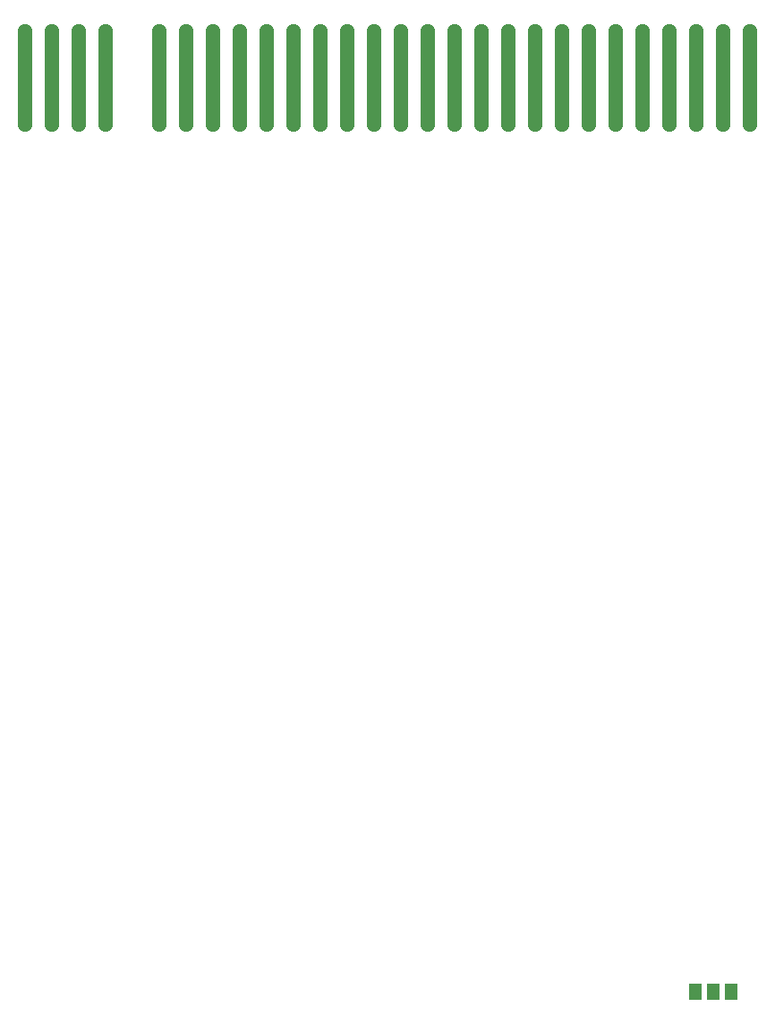
<source format=gtp>
G75*
%MOIN*%
%OFA0B0*%
%FSLAX25Y25*%
%IPPOS*%
%LPD*%
%AMOC8*
5,1,8,0,0,1.08239X$1,22.5*
%
%ADD10C,0.04500*%
%ADD11R,0.05118X0.05906*%
D10*
X0485350Y0487350D02*
X0485350Y0522850D01*
X0485350Y0487350D02*
X0484850Y0487350D01*
X0484850Y0522850D01*
X0485350Y0522850D01*
X0485350Y0491849D02*
X0484850Y0491849D01*
X0484850Y0496348D02*
X0485350Y0496348D01*
X0485350Y0500847D02*
X0484850Y0500847D01*
X0484850Y0505346D02*
X0485350Y0505346D01*
X0485350Y0509845D02*
X0484850Y0509845D01*
X0484850Y0514344D02*
X0485350Y0514344D01*
X0485350Y0518843D02*
X0484850Y0518843D01*
X0495350Y0522850D02*
X0495350Y0487350D01*
X0494850Y0487350D01*
X0494850Y0522850D01*
X0495350Y0522850D01*
X0495350Y0491849D02*
X0494850Y0491849D01*
X0494850Y0496348D02*
X0495350Y0496348D01*
X0495350Y0500847D02*
X0494850Y0500847D01*
X0494850Y0505346D02*
X0495350Y0505346D01*
X0495350Y0509845D02*
X0494850Y0509845D01*
X0494850Y0514344D02*
X0495350Y0514344D01*
X0495350Y0518843D02*
X0494850Y0518843D01*
X0505350Y0522850D02*
X0505350Y0487350D01*
X0504850Y0487350D01*
X0504850Y0522850D01*
X0505350Y0522850D01*
X0505350Y0491849D02*
X0504850Y0491849D01*
X0504850Y0496348D02*
X0505350Y0496348D01*
X0505350Y0500847D02*
X0504850Y0500847D01*
X0504850Y0505346D02*
X0505350Y0505346D01*
X0505350Y0509845D02*
X0504850Y0509845D01*
X0504850Y0514344D02*
X0505350Y0514344D01*
X0505350Y0518843D02*
X0504850Y0518843D01*
X0515350Y0522850D02*
X0515350Y0487350D01*
X0514850Y0487350D01*
X0514850Y0522850D01*
X0515350Y0522850D01*
X0515350Y0491849D02*
X0514850Y0491849D01*
X0514850Y0496348D02*
X0515350Y0496348D01*
X0515350Y0500847D02*
X0514850Y0500847D01*
X0514850Y0505346D02*
X0515350Y0505346D01*
X0515350Y0509845D02*
X0514850Y0509845D01*
X0514850Y0514344D02*
X0515350Y0514344D01*
X0515350Y0518843D02*
X0514850Y0518843D01*
X0535350Y0522850D02*
X0535350Y0487350D01*
X0534850Y0487350D01*
X0534850Y0522850D01*
X0535350Y0522850D01*
X0535350Y0491849D02*
X0534850Y0491849D01*
X0534850Y0496348D02*
X0535350Y0496348D01*
X0535350Y0500847D02*
X0534850Y0500847D01*
X0534850Y0505346D02*
X0535350Y0505346D01*
X0535350Y0509845D02*
X0534850Y0509845D01*
X0534850Y0514344D02*
X0535350Y0514344D01*
X0535350Y0518843D02*
X0534850Y0518843D01*
X0545350Y0522850D02*
X0545350Y0487350D01*
X0544850Y0487350D01*
X0544850Y0522850D01*
X0545350Y0522850D01*
X0545350Y0491849D02*
X0544850Y0491849D01*
X0544850Y0496348D02*
X0545350Y0496348D01*
X0545350Y0500847D02*
X0544850Y0500847D01*
X0544850Y0505346D02*
X0545350Y0505346D01*
X0545350Y0509845D02*
X0544850Y0509845D01*
X0544850Y0514344D02*
X0545350Y0514344D01*
X0545350Y0518843D02*
X0544850Y0518843D01*
X0555350Y0522850D02*
X0555350Y0487350D01*
X0554850Y0487350D01*
X0554850Y0522850D01*
X0555350Y0522850D01*
X0555350Y0491849D02*
X0554850Y0491849D01*
X0554850Y0496348D02*
X0555350Y0496348D01*
X0555350Y0500847D02*
X0554850Y0500847D01*
X0554850Y0505346D02*
X0555350Y0505346D01*
X0555350Y0509845D02*
X0554850Y0509845D01*
X0554850Y0514344D02*
X0555350Y0514344D01*
X0555350Y0518843D02*
X0554850Y0518843D01*
X0565350Y0522850D02*
X0565350Y0487350D01*
X0564850Y0487350D01*
X0564850Y0522850D01*
X0565350Y0522850D01*
X0565350Y0491849D02*
X0564850Y0491849D01*
X0564850Y0496348D02*
X0565350Y0496348D01*
X0565350Y0500847D02*
X0564850Y0500847D01*
X0564850Y0505346D02*
X0565350Y0505346D01*
X0565350Y0509845D02*
X0564850Y0509845D01*
X0564850Y0514344D02*
X0565350Y0514344D01*
X0565350Y0518843D02*
X0564850Y0518843D01*
X0575350Y0522850D02*
X0575350Y0487350D01*
X0574850Y0487350D01*
X0574850Y0522850D01*
X0575350Y0522850D01*
X0575350Y0491849D02*
X0574850Y0491849D01*
X0574850Y0496348D02*
X0575350Y0496348D01*
X0575350Y0500847D02*
X0574850Y0500847D01*
X0574850Y0505346D02*
X0575350Y0505346D01*
X0575350Y0509845D02*
X0574850Y0509845D01*
X0574850Y0514344D02*
X0575350Y0514344D01*
X0575350Y0518843D02*
X0574850Y0518843D01*
X0585350Y0522850D02*
X0585350Y0487350D01*
X0584850Y0487350D01*
X0584850Y0522850D01*
X0585350Y0522850D01*
X0585350Y0491849D02*
X0584850Y0491849D01*
X0584850Y0496348D02*
X0585350Y0496348D01*
X0585350Y0500847D02*
X0584850Y0500847D01*
X0584850Y0505346D02*
X0585350Y0505346D01*
X0585350Y0509845D02*
X0584850Y0509845D01*
X0584850Y0514344D02*
X0585350Y0514344D01*
X0585350Y0518843D02*
X0584850Y0518843D01*
X0595350Y0522850D02*
X0595350Y0487350D01*
X0594850Y0487350D01*
X0594850Y0522850D01*
X0595350Y0522850D01*
X0595350Y0491849D02*
X0594850Y0491849D01*
X0594850Y0496348D02*
X0595350Y0496348D01*
X0595350Y0500847D02*
X0594850Y0500847D01*
X0594850Y0505346D02*
X0595350Y0505346D01*
X0595350Y0509845D02*
X0594850Y0509845D01*
X0594850Y0514344D02*
X0595350Y0514344D01*
X0595350Y0518843D02*
X0594850Y0518843D01*
X0605350Y0522850D02*
X0605350Y0487350D01*
X0604850Y0487350D01*
X0604850Y0522850D01*
X0605350Y0522850D01*
X0605350Y0491849D02*
X0604850Y0491849D01*
X0604850Y0496348D02*
X0605350Y0496348D01*
X0605350Y0500847D02*
X0604850Y0500847D01*
X0604850Y0505346D02*
X0605350Y0505346D01*
X0605350Y0509845D02*
X0604850Y0509845D01*
X0604850Y0514344D02*
X0605350Y0514344D01*
X0605350Y0518843D02*
X0604850Y0518843D01*
X0615350Y0522850D02*
X0615350Y0487350D01*
X0614850Y0487350D01*
X0614850Y0522850D01*
X0615350Y0522850D01*
X0615350Y0491849D02*
X0614850Y0491849D01*
X0614850Y0496348D02*
X0615350Y0496348D01*
X0615350Y0500847D02*
X0614850Y0500847D01*
X0614850Y0505346D02*
X0615350Y0505346D01*
X0615350Y0509845D02*
X0614850Y0509845D01*
X0614850Y0514344D02*
X0615350Y0514344D01*
X0615350Y0518843D02*
X0614850Y0518843D01*
X0625350Y0522850D02*
X0625350Y0487350D01*
X0624850Y0487350D01*
X0624850Y0522850D01*
X0625350Y0522850D01*
X0625350Y0491849D02*
X0624850Y0491849D01*
X0624850Y0496348D02*
X0625350Y0496348D01*
X0625350Y0500847D02*
X0624850Y0500847D01*
X0624850Y0505346D02*
X0625350Y0505346D01*
X0625350Y0509845D02*
X0624850Y0509845D01*
X0624850Y0514344D02*
X0625350Y0514344D01*
X0625350Y0518843D02*
X0624850Y0518843D01*
X0635350Y0522850D02*
X0635350Y0487350D01*
X0634850Y0487350D01*
X0634850Y0522850D01*
X0635350Y0522850D01*
X0635350Y0491849D02*
X0634850Y0491849D01*
X0634850Y0496348D02*
X0635350Y0496348D01*
X0635350Y0500847D02*
X0634850Y0500847D01*
X0634850Y0505346D02*
X0635350Y0505346D01*
X0635350Y0509845D02*
X0634850Y0509845D01*
X0634850Y0514344D02*
X0635350Y0514344D01*
X0635350Y0518843D02*
X0634850Y0518843D01*
X0645350Y0522850D02*
X0645350Y0487350D01*
X0644850Y0487350D01*
X0644850Y0522850D01*
X0645350Y0522850D01*
X0645350Y0491849D02*
X0644850Y0491849D01*
X0644850Y0496348D02*
X0645350Y0496348D01*
X0645350Y0500847D02*
X0644850Y0500847D01*
X0644850Y0505346D02*
X0645350Y0505346D01*
X0645350Y0509845D02*
X0644850Y0509845D01*
X0644850Y0514344D02*
X0645350Y0514344D01*
X0645350Y0518843D02*
X0644850Y0518843D01*
X0655350Y0522850D02*
X0655350Y0487350D01*
X0654850Y0487350D01*
X0654850Y0522850D01*
X0655350Y0522850D01*
X0655350Y0491849D02*
X0654850Y0491849D01*
X0654850Y0496348D02*
X0655350Y0496348D01*
X0655350Y0500847D02*
X0654850Y0500847D01*
X0654850Y0505346D02*
X0655350Y0505346D01*
X0655350Y0509845D02*
X0654850Y0509845D01*
X0654850Y0514344D02*
X0655350Y0514344D01*
X0655350Y0518843D02*
X0654850Y0518843D01*
X0665350Y0522850D02*
X0665350Y0487350D01*
X0664850Y0487350D01*
X0664850Y0522850D01*
X0665350Y0522850D01*
X0665350Y0491849D02*
X0664850Y0491849D01*
X0664850Y0496348D02*
X0665350Y0496348D01*
X0665350Y0500847D02*
X0664850Y0500847D01*
X0664850Y0505346D02*
X0665350Y0505346D01*
X0665350Y0509845D02*
X0664850Y0509845D01*
X0664850Y0514344D02*
X0665350Y0514344D01*
X0665350Y0518843D02*
X0664850Y0518843D01*
X0675350Y0522850D02*
X0675350Y0487350D01*
X0674850Y0487350D01*
X0674850Y0522850D01*
X0675350Y0522850D01*
X0675350Y0491849D02*
X0674850Y0491849D01*
X0674850Y0496348D02*
X0675350Y0496348D01*
X0675350Y0500847D02*
X0674850Y0500847D01*
X0674850Y0505346D02*
X0675350Y0505346D01*
X0675350Y0509845D02*
X0674850Y0509845D01*
X0674850Y0514344D02*
X0675350Y0514344D01*
X0675350Y0518843D02*
X0674850Y0518843D01*
X0685350Y0522850D02*
X0685350Y0487350D01*
X0684850Y0487350D01*
X0684850Y0522850D01*
X0685350Y0522850D01*
X0685350Y0491849D02*
X0684850Y0491849D01*
X0684850Y0496348D02*
X0685350Y0496348D01*
X0685350Y0500847D02*
X0684850Y0500847D01*
X0684850Y0505346D02*
X0685350Y0505346D01*
X0685350Y0509845D02*
X0684850Y0509845D01*
X0684850Y0514344D02*
X0685350Y0514344D01*
X0685350Y0518843D02*
X0684850Y0518843D01*
X0695350Y0522850D02*
X0695350Y0487350D01*
X0694850Y0487350D01*
X0694850Y0522850D01*
X0695350Y0522850D01*
X0695350Y0491849D02*
X0694850Y0491849D01*
X0694850Y0496348D02*
X0695350Y0496348D01*
X0695350Y0500847D02*
X0694850Y0500847D01*
X0694850Y0505346D02*
X0695350Y0505346D01*
X0695350Y0509845D02*
X0694850Y0509845D01*
X0694850Y0514344D02*
X0695350Y0514344D01*
X0695350Y0518843D02*
X0694850Y0518843D01*
X0705350Y0522850D02*
X0705350Y0487350D01*
X0704850Y0487350D01*
X0704850Y0522850D01*
X0705350Y0522850D01*
X0705350Y0491849D02*
X0704850Y0491849D01*
X0704850Y0496348D02*
X0705350Y0496348D01*
X0705350Y0500847D02*
X0704850Y0500847D01*
X0704850Y0505346D02*
X0705350Y0505346D01*
X0705350Y0509845D02*
X0704850Y0509845D01*
X0704850Y0514344D02*
X0705350Y0514344D01*
X0705350Y0518843D02*
X0704850Y0518843D01*
X0715350Y0522850D02*
X0715350Y0487350D01*
X0714850Y0487350D01*
X0714850Y0522850D01*
X0715350Y0522850D01*
X0715350Y0491849D02*
X0714850Y0491849D01*
X0714850Y0496348D02*
X0715350Y0496348D01*
X0715350Y0500847D02*
X0714850Y0500847D01*
X0714850Y0505346D02*
X0715350Y0505346D01*
X0715350Y0509845D02*
X0714850Y0509845D01*
X0714850Y0514344D02*
X0715350Y0514344D01*
X0715350Y0518843D02*
X0714850Y0518843D01*
X0725350Y0522850D02*
X0725350Y0487350D01*
X0724850Y0487350D01*
X0724850Y0522850D01*
X0725350Y0522850D01*
X0725350Y0491849D02*
X0724850Y0491849D01*
X0724850Y0496348D02*
X0725350Y0496348D01*
X0725350Y0500847D02*
X0724850Y0500847D01*
X0724850Y0505346D02*
X0725350Y0505346D01*
X0725350Y0509845D02*
X0724850Y0509845D01*
X0724850Y0514344D02*
X0725350Y0514344D01*
X0725350Y0518843D02*
X0724850Y0518843D01*
X0735350Y0522850D02*
X0735350Y0487350D01*
X0734850Y0487350D01*
X0734850Y0522850D01*
X0735350Y0522850D01*
X0735350Y0491849D02*
X0734850Y0491849D01*
X0734850Y0496348D02*
X0735350Y0496348D01*
X0735350Y0500847D02*
X0734850Y0500847D01*
X0734850Y0505346D02*
X0735350Y0505346D01*
X0735350Y0509845D02*
X0734850Y0509845D01*
X0734850Y0514344D02*
X0735350Y0514344D01*
X0735350Y0518843D02*
X0734850Y0518843D01*
X0745350Y0522850D02*
X0745350Y0487350D01*
X0744850Y0487350D01*
X0744850Y0522850D01*
X0745350Y0522850D01*
X0745350Y0491849D02*
X0744850Y0491849D01*
X0744850Y0496348D02*
X0745350Y0496348D01*
X0745350Y0500847D02*
X0744850Y0500847D01*
X0744850Y0505346D02*
X0745350Y0505346D01*
X0745350Y0509845D02*
X0744850Y0509845D01*
X0744850Y0514344D02*
X0745350Y0514344D01*
X0745350Y0518843D02*
X0744850Y0518843D01*
X0755350Y0522850D02*
X0755350Y0487350D01*
X0754850Y0487350D01*
X0754850Y0522850D01*
X0755350Y0522850D01*
X0755350Y0491849D02*
X0754850Y0491849D01*
X0754850Y0496348D02*
X0755350Y0496348D01*
X0755350Y0500847D02*
X0754850Y0500847D01*
X0754850Y0505346D02*
X0755350Y0505346D01*
X0755350Y0509845D02*
X0754850Y0509845D01*
X0754850Y0514344D02*
X0755350Y0514344D01*
X0755350Y0518843D02*
X0754850Y0518843D01*
D11*
X0734657Y0165100D03*
X0741350Y0165100D03*
X0748043Y0165100D03*
M02*

</source>
